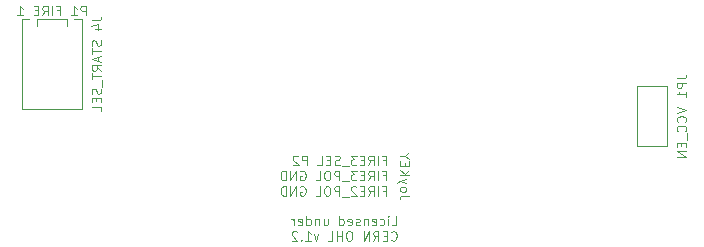
<source format=gbo>
G04 #@! TF.GenerationSoftware,KiCad,Pcbnew,(5.1.8)-1*
G04 #@! TF.CreationDate,2021-02-26T23:44:03+01:00*
G04 #@! TF.ProjectId,Sega Mega Drive,53656761-204d-4656-9761-204472697665,rev?*
G04 #@! TF.SameCoordinates,Original*
G04 #@! TF.FileFunction,Legend,Bot*
G04 #@! TF.FilePolarity,Positive*
%FSLAX46Y46*%
G04 Gerber Fmt 4.6, Leading zero omitted, Abs format (unit mm)*
G04 Created by KiCad (PCBNEW (5.1.8)-1) date 2021-02-26 23:44:03*
%MOMM*%
%LPD*%
G01*
G04 APERTURE LIST*
%ADD10C,0.100000*%
%ADD11C,0.120000*%
G04 APERTURE END LIST*
D10*
X172281904Y-93955000D02*
X172853333Y-93955000D01*
X172967619Y-93916904D01*
X173043809Y-93840714D01*
X173081904Y-93726428D01*
X173081904Y-93650238D01*
X173081904Y-94335952D02*
X172281904Y-94335952D01*
X172281904Y-94640714D01*
X172320000Y-94716904D01*
X172358095Y-94755000D01*
X172434285Y-94793095D01*
X172548571Y-94793095D01*
X172624761Y-94755000D01*
X172662857Y-94716904D01*
X172700952Y-94640714D01*
X172700952Y-94335952D01*
X173081904Y-95555000D02*
X173081904Y-95097857D01*
X173081904Y-95326428D02*
X172281904Y-95326428D01*
X172396190Y-95250238D01*
X172472380Y-95174047D01*
X172510476Y-95097857D01*
X172281904Y-96393095D02*
X173081904Y-96659761D01*
X172281904Y-96926428D01*
X173005714Y-97650238D02*
X173043809Y-97612142D01*
X173081904Y-97497857D01*
X173081904Y-97421666D01*
X173043809Y-97307380D01*
X172967619Y-97231190D01*
X172891428Y-97193095D01*
X172739047Y-97155000D01*
X172624761Y-97155000D01*
X172472380Y-97193095D01*
X172396190Y-97231190D01*
X172320000Y-97307380D01*
X172281904Y-97421666D01*
X172281904Y-97497857D01*
X172320000Y-97612142D01*
X172358095Y-97650238D01*
X173005714Y-98450238D02*
X173043809Y-98412142D01*
X173081904Y-98297857D01*
X173081904Y-98221666D01*
X173043809Y-98107380D01*
X172967619Y-98031190D01*
X172891428Y-97993095D01*
X172739047Y-97955000D01*
X172624761Y-97955000D01*
X172472380Y-97993095D01*
X172396190Y-98031190D01*
X172320000Y-98107380D01*
X172281904Y-98221666D01*
X172281904Y-98297857D01*
X172320000Y-98412142D01*
X172358095Y-98450238D01*
X173158095Y-98602619D02*
X173158095Y-99212142D01*
X172662857Y-99402619D02*
X172662857Y-99669285D01*
X173081904Y-99783571D02*
X173081904Y-99402619D01*
X172281904Y-99402619D01*
X172281904Y-99783571D01*
X173081904Y-100126428D02*
X172281904Y-100126428D01*
X173081904Y-100583571D01*
X172281904Y-100583571D01*
X122751904Y-89033809D02*
X123323333Y-89033809D01*
X123437619Y-88995714D01*
X123513809Y-88919523D01*
X123551904Y-88805238D01*
X123551904Y-88729047D01*
X123018571Y-89757619D02*
X123551904Y-89757619D01*
X122713809Y-89567142D02*
X123285238Y-89376666D01*
X123285238Y-89871904D01*
X123513809Y-90748095D02*
X123551904Y-90862380D01*
X123551904Y-91052857D01*
X123513809Y-91129047D01*
X123475714Y-91167142D01*
X123399523Y-91205238D01*
X123323333Y-91205238D01*
X123247142Y-91167142D01*
X123209047Y-91129047D01*
X123170952Y-91052857D01*
X123132857Y-90900476D01*
X123094761Y-90824285D01*
X123056666Y-90786190D01*
X122980476Y-90748095D01*
X122904285Y-90748095D01*
X122828095Y-90786190D01*
X122790000Y-90824285D01*
X122751904Y-90900476D01*
X122751904Y-91090952D01*
X122790000Y-91205238D01*
X122751904Y-91433809D02*
X122751904Y-91890952D01*
X123551904Y-91662380D02*
X122751904Y-91662380D01*
X123323333Y-92119523D02*
X123323333Y-92500476D01*
X123551904Y-92043333D02*
X122751904Y-92310000D01*
X123551904Y-92576666D01*
X123551904Y-93300476D02*
X123170952Y-93033809D01*
X123551904Y-92843333D02*
X122751904Y-92843333D01*
X122751904Y-93148095D01*
X122790000Y-93224285D01*
X122828095Y-93262380D01*
X122904285Y-93300476D01*
X123018571Y-93300476D01*
X123094761Y-93262380D01*
X123132857Y-93224285D01*
X123170952Y-93148095D01*
X123170952Y-92843333D01*
X122751904Y-93529047D02*
X122751904Y-93986190D01*
X123551904Y-93757619D02*
X122751904Y-93757619D01*
X123628095Y-94062380D02*
X123628095Y-94671904D01*
X123513809Y-94824285D02*
X123551904Y-94938571D01*
X123551904Y-95129047D01*
X123513809Y-95205238D01*
X123475714Y-95243333D01*
X123399523Y-95281428D01*
X123323333Y-95281428D01*
X123247142Y-95243333D01*
X123209047Y-95205238D01*
X123170952Y-95129047D01*
X123132857Y-94976666D01*
X123094761Y-94900476D01*
X123056666Y-94862380D01*
X122980476Y-94824285D01*
X122904285Y-94824285D01*
X122828095Y-94862380D01*
X122790000Y-94900476D01*
X122751904Y-94976666D01*
X122751904Y-95167142D01*
X122790000Y-95281428D01*
X123132857Y-95624285D02*
X123132857Y-95890952D01*
X123551904Y-96005238D02*
X123551904Y-95624285D01*
X122751904Y-95624285D01*
X122751904Y-96005238D01*
X123551904Y-96729047D02*
X123551904Y-96348095D01*
X122751904Y-96348095D01*
X122256190Y-88626904D02*
X122256190Y-87826904D01*
X121951428Y-87826904D01*
X121875238Y-87865000D01*
X121837142Y-87903095D01*
X121799047Y-87979285D01*
X121799047Y-88093571D01*
X121837142Y-88169761D01*
X121875238Y-88207857D01*
X121951428Y-88245952D01*
X122256190Y-88245952D01*
X121037142Y-88626904D02*
X121494285Y-88626904D01*
X121265714Y-88626904D02*
X121265714Y-87826904D01*
X121341904Y-87941190D01*
X121418095Y-88017380D01*
X121494285Y-88055476D01*
X119818095Y-88207857D02*
X120084761Y-88207857D01*
X120084761Y-88626904D02*
X120084761Y-87826904D01*
X119703809Y-87826904D01*
X119399047Y-88626904D02*
X119399047Y-87826904D01*
X118560952Y-88626904D02*
X118827619Y-88245952D01*
X119018095Y-88626904D02*
X119018095Y-87826904D01*
X118713333Y-87826904D01*
X118637142Y-87865000D01*
X118599047Y-87903095D01*
X118560952Y-87979285D01*
X118560952Y-88093571D01*
X118599047Y-88169761D01*
X118637142Y-88207857D01*
X118713333Y-88245952D01*
X119018095Y-88245952D01*
X118218095Y-88207857D02*
X117951428Y-88207857D01*
X117837142Y-88626904D02*
X118218095Y-88626904D01*
X118218095Y-87826904D01*
X117837142Y-87826904D01*
X116465714Y-88626904D02*
X116922857Y-88626904D01*
X116694285Y-88626904D02*
X116694285Y-87826904D01*
X116770476Y-87941190D01*
X116846666Y-88017380D01*
X116922857Y-88055476D01*
D11*
X168910000Y-99695000D02*
X168910000Y-94615000D01*
X171450000Y-99695000D02*
X168910000Y-99695000D01*
X171450000Y-94615000D02*
X171450000Y-99695000D01*
X168910000Y-94615000D02*
X171450000Y-94615000D01*
X121920000Y-88900000D02*
X121285000Y-88900000D01*
X121920000Y-96520000D02*
X121920000Y-88900000D01*
X116840000Y-96520000D02*
X121920000Y-96520000D01*
X116840000Y-88900000D02*
X116840000Y-96520000D01*
X117475000Y-88900000D02*
X116840000Y-88900000D01*
X120650000Y-88900000D02*
X120650000Y-89535000D01*
X118110000Y-88900000D02*
X120650000Y-88900000D01*
X118110000Y-89535000D02*
X118110000Y-88900000D01*
D10*
X148145000Y-106391904D02*
X148525952Y-106391904D01*
X148525952Y-105591904D01*
X147878333Y-106391904D02*
X147878333Y-105858571D01*
X147878333Y-105591904D02*
X147916428Y-105630000D01*
X147878333Y-105668095D01*
X147840238Y-105630000D01*
X147878333Y-105591904D01*
X147878333Y-105668095D01*
X147154523Y-106353809D02*
X147230714Y-106391904D01*
X147383095Y-106391904D01*
X147459285Y-106353809D01*
X147497380Y-106315714D01*
X147535476Y-106239523D01*
X147535476Y-106010952D01*
X147497380Y-105934761D01*
X147459285Y-105896666D01*
X147383095Y-105858571D01*
X147230714Y-105858571D01*
X147154523Y-105896666D01*
X146506904Y-106353809D02*
X146583095Y-106391904D01*
X146735476Y-106391904D01*
X146811666Y-106353809D01*
X146849761Y-106277619D01*
X146849761Y-105972857D01*
X146811666Y-105896666D01*
X146735476Y-105858571D01*
X146583095Y-105858571D01*
X146506904Y-105896666D01*
X146468809Y-105972857D01*
X146468809Y-106049047D01*
X146849761Y-106125238D01*
X146125952Y-105858571D02*
X146125952Y-106391904D01*
X146125952Y-105934761D02*
X146087857Y-105896666D01*
X146011666Y-105858571D01*
X145897380Y-105858571D01*
X145821190Y-105896666D01*
X145783095Y-105972857D01*
X145783095Y-106391904D01*
X145440238Y-106353809D02*
X145364047Y-106391904D01*
X145211666Y-106391904D01*
X145135476Y-106353809D01*
X145097380Y-106277619D01*
X145097380Y-106239523D01*
X145135476Y-106163333D01*
X145211666Y-106125238D01*
X145325952Y-106125238D01*
X145402142Y-106087142D01*
X145440238Y-106010952D01*
X145440238Y-105972857D01*
X145402142Y-105896666D01*
X145325952Y-105858571D01*
X145211666Y-105858571D01*
X145135476Y-105896666D01*
X144449761Y-106353809D02*
X144525952Y-106391904D01*
X144678333Y-106391904D01*
X144754523Y-106353809D01*
X144792619Y-106277619D01*
X144792619Y-105972857D01*
X144754523Y-105896666D01*
X144678333Y-105858571D01*
X144525952Y-105858571D01*
X144449761Y-105896666D01*
X144411666Y-105972857D01*
X144411666Y-106049047D01*
X144792619Y-106125238D01*
X143725952Y-106391904D02*
X143725952Y-105591904D01*
X143725952Y-106353809D02*
X143802142Y-106391904D01*
X143954523Y-106391904D01*
X144030714Y-106353809D01*
X144068809Y-106315714D01*
X144106904Y-106239523D01*
X144106904Y-106010952D01*
X144068809Y-105934761D01*
X144030714Y-105896666D01*
X143954523Y-105858571D01*
X143802142Y-105858571D01*
X143725952Y-105896666D01*
X142392619Y-105858571D02*
X142392619Y-106391904D01*
X142735476Y-105858571D02*
X142735476Y-106277619D01*
X142697380Y-106353809D01*
X142621190Y-106391904D01*
X142506904Y-106391904D01*
X142430714Y-106353809D01*
X142392619Y-106315714D01*
X142011666Y-105858571D02*
X142011666Y-106391904D01*
X142011666Y-105934761D02*
X141973571Y-105896666D01*
X141897380Y-105858571D01*
X141783095Y-105858571D01*
X141706904Y-105896666D01*
X141668809Y-105972857D01*
X141668809Y-106391904D01*
X140945000Y-106391904D02*
X140945000Y-105591904D01*
X140945000Y-106353809D02*
X141021190Y-106391904D01*
X141173571Y-106391904D01*
X141249761Y-106353809D01*
X141287857Y-106315714D01*
X141325952Y-106239523D01*
X141325952Y-106010952D01*
X141287857Y-105934761D01*
X141249761Y-105896666D01*
X141173571Y-105858571D01*
X141021190Y-105858571D01*
X140945000Y-105896666D01*
X140259285Y-106353809D02*
X140335476Y-106391904D01*
X140487857Y-106391904D01*
X140564047Y-106353809D01*
X140602142Y-106277619D01*
X140602142Y-105972857D01*
X140564047Y-105896666D01*
X140487857Y-105858571D01*
X140335476Y-105858571D01*
X140259285Y-105896666D01*
X140221190Y-105972857D01*
X140221190Y-106049047D01*
X140602142Y-106125238D01*
X139878333Y-106391904D02*
X139878333Y-105858571D01*
X139878333Y-106010952D02*
X139840238Y-105934761D01*
X139802142Y-105896666D01*
X139725952Y-105858571D01*
X139649761Y-105858571D01*
X148106904Y-107615714D02*
X148145000Y-107653809D01*
X148259285Y-107691904D01*
X148335476Y-107691904D01*
X148449761Y-107653809D01*
X148525952Y-107577619D01*
X148564047Y-107501428D01*
X148602142Y-107349047D01*
X148602142Y-107234761D01*
X148564047Y-107082380D01*
X148525952Y-107006190D01*
X148449761Y-106930000D01*
X148335476Y-106891904D01*
X148259285Y-106891904D01*
X148145000Y-106930000D01*
X148106904Y-106968095D01*
X147764047Y-107272857D02*
X147497380Y-107272857D01*
X147383095Y-107691904D02*
X147764047Y-107691904D01*
X147764047Y-106891904D01*
X147383095Y-106891904D01*
X146583095Y-107691904D02*
X146849761Y-107310952D01*
X147040238Y-107691904D02*
X147040238Y-106891904D01*
X146735476Y-106891904D01*
X146659285Y-106930000D01*
X146621190Y-106968095D01*
X146583095Y-107044285D01*
X146583095Y-107158571D01*
X146621190Y-107234761D01*
X146659285Y-107272857D01*
X146735476Y-107310952D01*
X147040238Y-107310952D01*
X146240238Y-107691904D02*
X146240238Y-106891904D01*
X145783095Y-107691904D01*
X145783095Y-106891904D01*
X144640238Y-106891904D02*
X144487857Y-106891904D01*
X144411666Y-106930000D01*
X144335476Y-107006190D01*
X144297380Y-107158571D01*
X144297380Y-107425238D01*
X144335476Y-107577619D01*
X144411666Y-107653809D01*
X144487857Y-107691904D01*
X144640238Y-107691904D01*
X144716428Y-107653809D01*
X144792619Y-107577619D01*
X144830714Y-107425238D01*
X144830714Y-107158571D01*
X144792619Y-107006190D01*
X144716428Y-106930000D01*
X144640238Y-106891904D01*
X143954523Y-107691904D02*
X143954523Y-106891904D01*
X143954523Y-107272857D02*
X143497380Y-107272857D01*
X143497380Y-107691904D02*
X143497380Y-106891904D01*
X142735476Y-107691904D02*
X143116428Y-107691904D01*
X143116428Y-106891904D01*
X141935476Y-107158571D02*
X141745000Y-107691904D01*
X141554523Y-107158571D01*
X140830714Y-107691904D02*
X141287857Y-107691904D01*
X141059285Y-107691904D02*
X141059285Y-106891904D01*
X141135476Y-107006190D01*
X141211666Y-107082380D01*
X141287857Y-107120476D01*
X140487857Y-107615714D02*
X140449761Y-107653809D01*
X140487857Y-107691904D01*
X140525952Y-107653809D01*
X140487857Y-107615714D01*
X140487857Y-107691904D01*
X140145000Y-106968095D02*
X140106904Y-106930000D01*
X140030714Y-106891904D01*
X139840238Y-106891904D01*
X139764047Y-106930000D01*
X139725952Y-106968095D01*
X139687857Y-107044285D01*
X139687857Y-107120476D01*
X139725952Y-107234761D01*
X140183095Y-107691904D01*
X139687857Y-107691904D01*
X149663095Y-103892142D02*
X149091666Y-103892142D01*
X148977380Y-103930238D01*
X148901190Y-104006428D01*
X148863095Y-104120714D01*
X148863095Y-104196904D01*
X148863095Y-103396904D02*
X148901190Y-103473095D01*
X148939285Y-103511190D01*
X149015476Y-103549285D01*
X149244047Y-103549285D01*
X149320238Y-103511190D01*
X149358333Y-103473095D01*
X149396428Y-103396904D01*
X149396428Y-103282619D01*
X149358333Y-103206428D01*
X149320238Y-103168333D01*
X149244047Y-103130238D01*
X149015476Y-103130238D01*
X148939285Y-103168333D01*
X148901190Y-103206428D01*
X148863095Y-103282619D01*
X148863095Y-103396904D01*
X149396428Y-102863571D02*
X148863095Y-102673095D01*
X149396428Y-102482619D02*
X148863095Y-102673095D01*
X148672619Y-102749285D01*
X148634523Y-102787380D01*
X148596428Y-102863571D01*
X148863095Y-102177857D02*
X149663095Y-102177857D01*
X148863095Y-101720714D02*
X149320238Y-102063571D01*
X149663095Y-101720714D02*
X149205952Y-102177857D01*
X149282142Y-101377857D02*
X149282142Y-101111190D01*
X148863095Y-100996904D02*
X148863095Y-101377857D01*
X149663095Y-101377857D01*
X149663095Y-100996904D01*
X149244047Y-100501666D02*
X148863095Y-100501666D01*
X149663095Y-100768333D02*
X149244047Y-100501666D01*
X149663095Y-100235000D01*
X147432857Y-100877857D02*
X147699523Y-100877857D01*
X147699523Y-101296904D02*
X147699523Y-100496904D01*
X147318571Y-100496904D01*
X147013809Y-101296904D02*
X147013809Y-100496904D01*
X146175714Y-101296904D02*
X146442380Y-100915952D01*
X146632857Y-101296904D02*
X146632857Y-100496904D01*
X146328095Y-100496904D01*
X146251904Y-100535000D01*
X146213809Y-100573095D01*
X146175714Y-100649285D01*
X146175714Y-100763571D01*
X146213809Y-100839761D01*
X146251904Y-100877857D01*
X146328095Y-100915952D01*
X146632857Y-100915952D01*
X145832857Y-100877857D02*
X145566190Y-100877857D01*
X145451904Y-101296904D02*
X145832857Y-101296904D01*
X145832857Y-100496904D01*
X145451904Y-100496904D01*
X145185238Y-100496904D02*
X144690000Y-100496904D01*
X144956666Y-100801666D01*
X144842380Y-100801666D01*
X144766190Y-100839761D01*
X144728095Y-100877857D01*
X144690000Y-100954047D01*
X144690000Y-101144523D01*
X144728095Y-101220714D01*
X144766190Y-101258809D01*
X144842380Y-101296904D01*
X145070952Y-101296904D01*
X145147142Y-101258809D01*
X145185238Y-101220714D01*
X144537619Y-101373095D02*
X143928095Y-101373095D01*
X143775714Y-101258809D02*
X143661428Y-101296904D01*
X143470952Y-101296904D01*
X143394761Y-101258809D01*
X143356666Y-101220714D01*
X143318571Y-101144523D01*
X143318571Y-101068333D01*
X143356666Y-100992142D01*
X143394761Y-100954047D01*
X143470952Y-100915952D01*
X143623333Y-100877857D01*
X143699523Y-100839761D01*
X143737619Y-100801666D01*
X143775714Y-100725476D01*
X143775714Y-100649285D01*
X143737619Y-100573095D01*
X143699523Y-100535000D01*
X143623333Y-100496904D01*
X143432857Y-100496904D01*
X143318571Y-100535000D01*
X142975714Y-100877857D02*
X142709047Y-100877857D01*
X142594761Y-101296904D02*
X142975714Y-101296904D01*
X142975714Y-100496904D01*
X142594761Y-100496904D01*
X141870952Y-101296904D02*
X142251904Y-101296904D01*
X142251904Y-100496904D01*
X140994761Y-101296904D02*
X140994761Y-100496904D01*
X140690000Y-100496904D01*
X140613809Y-100535000D01*
X140575714Y-100573095D01*
X140537619Y-100649285D01*
X140537619Y-100763571D01*
X140575714Y-100839761D01*
X140613809Y-100877857D01*
X140690000Y-100915952D01*
X140994761Y-100915952D01*
X140232857Y-100573095D02*
X140194761Y-100535000D01*
X140118571Y-100496904D01*
X139928095Y-100496904D01*
X139851904Y-100535000D01*
X139813809Y-100573095D01*
X139775714Y-100649285D01*
X139775714Y-100725476D01*
X139813809Y-100839761D01*
X140270952Y-101296904D01*
X139775714Y-101296904D01*
X147432857Y-102177857D02*
X147699523Y-102177857D01*
X147699523Y-102596904D02*
X147699523Y-101796904D01*
X147318571Y-101796904D01*
X147013809Y-102596904D02*
X147013809Y-101796904D01*
X146175714Y-102596904D02*
X146442380Y-102215952D01*
X146632857Y-102596904D02*
X146632857Y-101796904D01*
X146328095Y-101796904D01*
X146251904Y-101835000D01*
X146213809Y-101873095D01*
X146175714Y-101949285D01*
X146175714Y-102063571D01*
X146213809Y-102139761D01*
X146251904Y-102177857D01*
X146328095Y-102215952D01*
X146632857Y-102215952D01*
X145832857Y-102177857D02*
X145566190Y-102177857D01*
X145451904Y-102596904D02*
X145832857Y-102596904D01*
X145832857Y-101796904D01*
X145451904Y-101796904D01*
X145185238Y-101796904D02*
X144690000Y-101796904D01*
X144956666Y-102101666D01*
X144842380Y-102101666D01*
X144766190Y-102139761D01*
X144728095Y-102177857D01*
X144690000Y-102254047D01*
X144690000Y-102444523D01*
X144728095Y-102520714D01*
X144766190Y-102558809D01*
X144842380Y-102596904D01*
X145070952Y-102596904D01*
X145147142Y-102558809D01*
X145185238Y-102520714D01*
X144537619Y-102673095D02*
X143928095Y-102673095D01*
X143737619Y-102596904D02*
X143737619Y-101796904D01*
X143432857Y-101796904D01*
X143356666Y-101835000D01*
X143318571Y-101873095D01*
X143280476Y-101949285D01*
X143280476Y-102063571D01*
X143318571Y-102139761D01*
X143356666Y-102177857D01*
X143432857Y-102215952D01*
X143737619Y-102215952D01*
X142785238Y-101796904D02*
X142632857Y-101796904D01*
X142556666Y-101835000D01*
X142480476Y-101911190D01*
X142442380Y-102063571D01*
X142442380Y-102330238D01*
X142480476Y-102482619D01*
X142556666Y-102558809D01*
X142632857Y-102596904D01*
X142785238Y-102596904D01*
X142861428Y-102558809D01*
X142937619Y-102482619D01*
X142975714Y-102330238D01*
X142975714Y-102063571D01*
X142937619Y-101911190D01*
X142861428Y-101835000D01*
X142785238Y-101796904D01*
X141718571Y-102596904D02*
X142099523Y-102596904D01*
X142099523Y-101796904D01*
X140423333Y-101835000D02*
X140499523Y-101796904D01*
X140613809Y-101796904D01*
X140728095Y-101835000D01*
X140804285Y-101911190D01*
X140842380Y-101987380D01*
X140880476Y-102139761D01*
X140880476Y-102254047D01*
X140842380Y-102406428D01*
X140804285Y-102482619D01*
X140728095Y-102558809D01*
X140613809Y-102596904D01*
X140537619Y-102596904D01*
X140423333Y-102558809D01*
X140385238Y-102520714D01*
X140385238Y-102254047D01*
X140537619Y-102254047D01*
X140042380Y-102596904D02*
X140042380Y-101796904D01*
X139585238Y-102596904D01*
X139585238Y-101796904D01*
X139204285Y-102596904D02*
X139204285Y-101796904D01*
X139013809Y-101796904D01*
X138899523Y-101835000D01*
X138823333Y-101911190D01*
X138785238Y-101987380D01*
X138747142Y-102139761D01*
X138747142Y-102254047D01*
X138785238Y-102406428D01*
X138823333Y-102482619D01*
X138899523Y-102558809D01*
X139013809Y-102596904D01*
X139204285Y-102596904D01*
X147432857Y-103477857D02*
X147699523Y-103477857D01*
X147699523Y-103896904D02*
X147699523Y-103096904D01*
X147318571Y-103096904D01*
X147013809Y-103896904D02*
X147013809Y-103096904D01*
X146175714Y-103896904D02*
X146442380Y-103515952D01*
X146632857Y-103896904D02*
X146632857Y-103096904D01*
X146328095Y-103096904D01*
X146251904Y-103135000D01*
X146213809Y-103173095D01*
X146175714Y-103249285D01*
X146175714Y-103363571D01*
X146213809Y-103439761D01*
X146251904Y-103477857D01*
X146328095Y-103515952D01*
X146632857Y-103515952D01*
X145832857Y-103477857D02*
X145566190Y-103477857D01*
X145451904Y-103896904D02*
X145832857Y-103896904D01*
X145832857Y-103096904D01*
X145451904Y-103096904D01*
X145147142Y-103173095D02*
X145109047Y-103135000D01*
X145032857Y-103096904D01*
X144842380Y-103096904D01*
X144766190Y-103135000D01*
X144728095Y-103173095D01*
X144690000Y-103249285D01*
X144690000Y-103325476D01*
X144728095Y-103439761D01*
X145185238Y-103896904D01*
X144690000Y-103896904D01*
X144537619Y-103973095D02*
X143928095Y-103973095D01*
X143737619Y-103896904D02*
X143737619Y-103096904D01*
X143432857Y-103096904D01*
X143356666Y-103135000D01*
X143318571Y-103173095D01*
X143280476Y-103249285D01*
X143280476Y-103363571D01*
X143318571Y-103439761D01*
X143356666Y-103477857D01*
X143432857Y-103515952D01*
X143737619Y-103515952D01*
X142785238Y-103096904D02*
X142632857Y-103096904D01*
X142556666Y-103135000D01*
X142480476Y-103211190D01*
X142442380Y-103363571D01*
X142442380Y-103630238D01*
X142480476Y-103782619D01*
X142556666Y-103858809D01*
X142632857Y-103896904D01*
X142785238Y-103896904D01*
X142861428Y-103858809D01*
X142937619Y-103782619D01*
X142975714Y-103630238D01*
X142975714Y-103363571D01*
X142937619Y-103211190D01*
X142861428Y-103135000D01*
X142785238Y-103096904D01*
X141718571Y-103896904D02*
X142099523Y-103896904D01*
X142099523Y-103096904D01*
X140423333Y-103135000D02*
X140499523Y-103096904D01*
X140613809Y-103096904D01*
X140728095Y-103135000D01*
X140804285Y-103211190D01*
X140842380Y-103287380D01*
X140880476Y-103439761D01*
X140880476Y-103554047D01*
X140842380Y-103706428D01*
X140804285Y-103782619D01*
X140728095Y-103858809D01*
X140613809Y-103896904D01*
X140537619Y-103896904D01*
X140423333Y-103858809D01*
X140385238Y-103820714D01*
X140385238Y-103554047D01*
X140537619Y-103554047D01*
X140042380Y-103896904D02*
X140042380Y-103096904D01*
X139585238Y-103896904D01*
X139585238Y-103096904D01*
X139204285Y-103896904D02*
X139204285Y-103096904D01*
X139013809Y-103096904D01*
X138899523Y-103135000D01*
X138823333Y-103211190D01*
X138785238Y-103287380D01*
X138747142Y-103439761D01*
X138747142Y-103554047D01*
X138785238Y-103706428D01*
X138823333Y-103782619D01*
X138899523Y-103858809D01*
X139013809Y-103896904D01*
X139204285Y-103896904D01*
M02*

</source>
